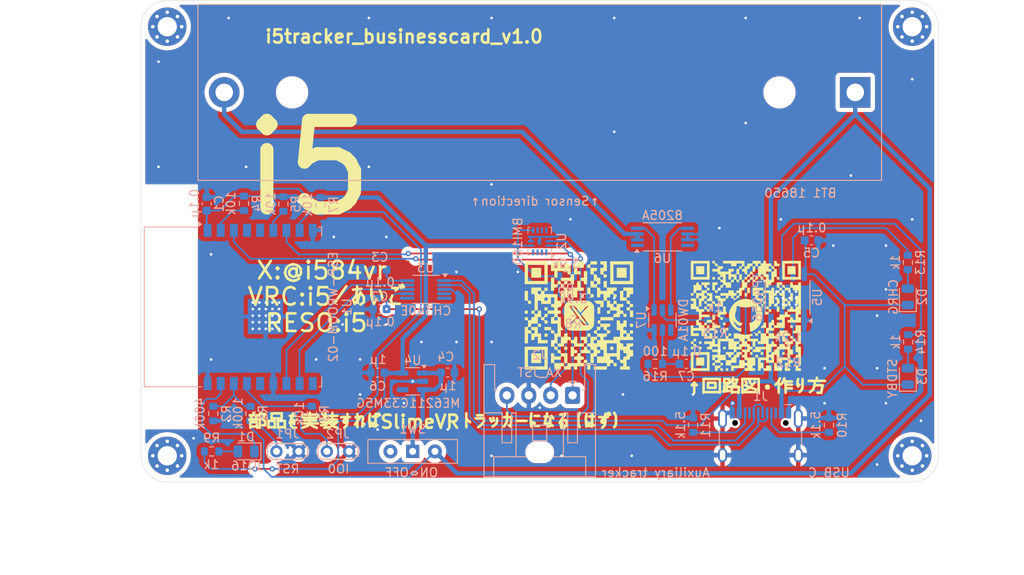
<source format=kicad_pcb>
(kicad_pcb (version 20240108) (generator "pcbnew") (generator_version "8.0")
  (layers (0 "F.Cu" signal) (31 "B.Cu" signal) (34 "B.Paste" user) (35 "F.Paste" user) (36 "B.SilkS" user "B.Silkscreen") (37 "F.SilkS" user "F.Silkscreen") (38 "B.Mask" user) (39 "F.Mask" user) (44 "Edge.Cuts" user))
  (net 0 "")
  (net 1 "+BATT")
  (net 2 "-BATT")
  (net 3 "+3.3V")
  (net 4 "GND")
  (net 5 "+5V")
  (net 6 "Net-(U3-V3)")
  (net 7 "/BATT")
  (net 8 "Net-(U7-VCC)")
  (net 9 "Net-(D1-K)")
  (net 10 "Net-(D1-A)")
  (net 11 "Net-(D2-A)")
  (net 12 "Net-(D3-A)")
  (net 13 "/D+")
  (net 15 "Net-(J1-CC1)")
  (net 16 "/D-")
  (net 17 "Net-(J1-CC2)")
  (net 19 "/SDA")
  (net 20 "/SCL")
  (net 21 "Net-(JP1-B)")
  (net 22 "Net-(JP2-B)")
  (net 23 "Net-(U1-TOUT)")
  (net 24 "Net-(U1-EN)")
  (net 25 "Net-(U1-IO15)")
  (net 26 "Net-(U5-PROG)")
  (net 27 "Net-(U5-CHRG)")
  (net 28 "Net-(U5-STDBY)")
  (net 29 "Net-(U7-CS)")
  (net 31 "/RXD")
  (net 35 "/TXD")
  (net 49 "Net-(U6-G1)")
  (net 50 "Net-(U6-G2)")
  (footprint "Library:X_QR" (layer "F.Cu") (at 110 96)
    (property "Reference" "G***" (hide yes))
    (property "Value" "LOGO" (hide yes))
  )
  (footprint "Library:VRCsolder" (layer "F.Cu") (at 108 80)
    (property "Reference" "G***" (hide yes))
    (property "Value" "LOGO" (hide yes))
  )
  (footprint "Library:Resosoler" (layer "F.Cu") (at 133 79)
    (property "Reference" "G***" (hide yes))
    (property "Value" "LOGO" (hide yes))
  )
  (footprint "Library:github_QR" (layer "F.Cu") (at 129 96)
    (property "Reference" "G***" (hide yes))
    (property "Value" "LOGO" (hide yes))
  )
  (footprint "Resistor_SMD:R_0603_1608Metric" (layer "B.Cu") (at 71.75 83.175 -90)
    (property "Reference" "R4")
    (property "Value" "10k")
  )
  (footprint "Button_Switch_THT:SW_Slide-03_Wuerth-WS-SLTV_10x2.5x6.4_P2.54mm" (layer "B.Cu") (at 91 111.5 180)
    (property "Reference" "SW1")
    (property "Value" "SW_SPDT")
  )
  (footprint "Package_LGA:Bosch_LGA-14_3x2.5mm_P0.5mm" (layer "B.Cu") (at 105.5 87.5 90)
    (property "Reference" "U2")
    (property "Value" "BMI160")
  )
  (footprint "Resistor_SMD:R_0603_1608Metric" (layer "B.Cu") (at 109.325 95.5)
    (property "Reference" "R8")
    (property "Value" "3.9k")
  )
  (footprint "Resistor_SMD:R_0603_1608Metric" (layer "B.Cu") (at 79.5 107.175 90)
    (property "Reference" "R3")
    (property "Value" "10k")
  )
  (footprint "Battery:BatteryHolder_MPD_BH-18650-PC2" (layer "B.Cu") (at 141.5 70.5 180)
    (property "Reference" "BT1")
    (property "Value" "18650")
  )
  (footprint "LED_SMD:LED_0805_2012Metric" (layer "B.Cu") (at 147.5 102.9375 90)
    (property "Reference" "D3")
    (property "Value" "STDBY")
  )
  (footprint "Package_TO_SOT_SMD:SOT-23-6" (layer "B.Cu") (at 119.5 96.5 -90)
    (property "Reference" "U7")
    (property "Value" "DW01A")
  )
  (footprint "MountingHole:MountingHole_2.2mm_M2_Pad_Via" (layer "B.Cu") (at 63 112 180)
    (property "Reference" "REF**" (hide yes))
    (property "Value" "MountingHole_2.2mm_M2_Pad_Via")
  )
  (footprint "Resistor_SMD:R_0603_1608Metric" (layer "B.Cu") (at 118.675 101.5)
    (property "Reference" "R16")
    (property "Value" "100")
  )
  (footprint "Resistor_SMD:R_0603_1608Metric" (layer "B.Cu") (at 133.875 99.9)
    (property "Reference" "R12")
    (property "Value" "1.2k")
  )
  (footprint "TestPoint:TestPoint_2Pads_Pitch2.54mm_Drill0.8mm" (layer "B.Cu") (at 83.75 111.5 180)
    (property "Reference" "JP2")
    (property "Value" "IO0")
  )
  (footprint "Package_TO_SOT_SMD:SOT-23-5" (layer "B.Cu") (at 91 103.5 180)
    (property "Reference" "U4")
    (property "Value" "ME6211C33M5G")
  )
  (footprint "Resistor_SMD:R_0603_1608Metric" (layer "B.Cu") (at 123 108.5 90)
    (property "Reference" "R11")
    (property "Value" "5.1k")
  )
  (footprint "Resistor_SMD:R_0603_1608Metric" (layer "B.Cu") (at 147.5 89.915 90)
    (property "Reference" "R13")
    (property "Value" "1k")
  )
  (footprint "Resistor_SMD:R_0603_1608Metric" (layer "B.Cu") (at 68.25 107.175 -90)
    (property "Reference" "R2")
    (property "Value" "400k")
  )
  (footprint "Capacitor_SMD:C_0603_1608Metric" (layer "B.Cu") (at 136.5 87.4)
    (property "Reference" "C5")
    (property "Value" "0.1μ")
  )
  (footprint "LED_SMD:LED_0805_2012Metric" (layer "B.Cu") (at 72 111.5 180)
    (property "Reference" "D1")
    (property "Value" "IO16")
  )
  (footprint "RF_Module:ESP-WROOM-02" (layer "B.Cu") (at 73.6 95 -90)
    (property "Reference" "U1")
    (property "Value" "ESP-WROOM-02")
  )
  (footprint "LED_SMD:LED_0805_2012Metric" (layer "B.Cu") (at 147.5 93.8525 90)
    (property "Reference" "D2")
    (property "Value" "CHRG")
  )
  (footprint "Connector_JST:JST_XA_S04B-XASK-1_1x04_P2.50mm_Horizontal" (layer "B.Cu") (at 109.25 105.1 180)
    (property "Reference" "J2")
    (property "Value" "XA_JST")
  )
  (footprint "Resistor_SMD:R_0603_1608Metric" (layer "B.Cu") (at 80.5 83.325 -90)
    (property "Reference" "R7")
    (property "Value" "10k")
  )
  (footprint "Resistor_SMD:R_0603_1608Metric" (layer "B.Cu") (at 108.5 91.5)
    (property "Reference" "R6")
    (property "Value" "3.9k")
  )
  (footprint "MountingHole:MountingHole_2.2mm_M2_Pad_Via" (layer "B.Cu") (at 148 112 180)
    (property "Reference" "REF**" (hide yes))
    (property "Value" "MountingHole_2.2mm_M2_Pad_Via")
  )
  (footprint "Resistor_SMD:R_0603_1608Metric" (layer "B.Cu") (at 125.5 96.5 180)
    (property "Reference" "R15")
    (property "Value" "1k")
  )
  (footprint "Resistor_SMD:R_0603_1608Metric" (layer "B.Cu") (at 138.5 108.5 90)
    (property "Reference" "R10")
    (property "Value" "5.1k")
  )
  (footprint "Package_SO:HSOP-8-1EP_3.9x4.9mm_P1.27mm_EP2.41x3.1mm" (layer "B.Cu") (at 133.775 93.9 90)
    (property "Reference" "U5")
    (property "Value" "TP4056")
  )
  (footprint "Resistor_SMD:R_0603_1608Metric" (layer "B.Cu") (at 147.54 99 90)
    (property "Reference" "R14")
    (property "Value" "1k")
  )
  (footprint "MountingHole:MountingHole_2.2mm_M2_Pad_Via" (layer "B.Cu") (at 148 63 180)
    (property "Reference" "REF**" (hide yes))
    (property "Value" "MountingHole_2.2mm_M2_Pad_Via")
  )
  (footprint "Package_SO:MSOP-10_3x3mm_P0.5mm" (layer "B.Cu") (at 92.5 93 180)
    (property "Reference" "U3")
    (property "Value" "CH340E")
  )
  (footprint "TestPoint:TestPoint_2Pads_Pitch2.54mm_Drill0.8mm" (layer "B.Cu") (at 78 111.5 180)
    (property "Reference" "JP1")
    (property "Value" "RST")
  )
  (footprint "Resistor_SMD:R_0603_1608Metric" (layer "B.Cu") (at 76.25 83.25 90)
    (property "Reference" "R5")
    (property "Value" "10k")
  )
  (footprint "Capacitor_SMD:C_0603_1608Metric" (layer "B.Cu") (at 87 102.5 180)
    (property "Reference" "C6")
    (property "Value" "1μ")
  )
  (footprint "Connector_USB:USB_C_Receptacle_HCTL_HC-TYPE-C-16P-01A" (layer "B.Cu") (at 130.68 110.855 180)
    (property "Reference" "J1")
    (property "Value" "USB_C")
  )
  (footprint "Capacitor_SMD:C_0603_1608Metric" (layer "B.Cu") (at 87.25 90.75 180)
    (property "Reference" "C3")
    (property "Value" "0.1μ")
  )
  (footprint "Capacitor_SMD:C_0603_1608Metric" (layer "B.Cu") (at 122.225 101.5)
    (property "Reference" "C7")
    (property "Value" "0.1μ")
  )
  (footprint "Resistor_SMD:R_0603_1608Metric" (layer "B.Cu") (at 72.5 107.175 90)
    (property "Reference" "R1")
    (property "Value" "100k")
  )
  (footprint "MountingHole:MountingHole_2.2mm_M2_Pad_Via" (layer "B.Cu") (at 63 63 180)
    (property "Reference" "REF**" (hide yes))
    (property "Value" "MountingHole_2.2mm_M2_Pad_Via")
  )
  (footprint "Capacitor_SMD:C_0603_1608Metric" (layer "B.Cu") (at 87.25 95.25 180)
    (property "Reference" "C2")
    (property "Value" "0.1μ")
  )
  (footprint "Package_SO:TSSOP-8_4.4x3mm_P0.65mm" (layer "B.Cu") (at 119.5 87)
    (property "Reference" "U6")
    (property "Value" "8205A")
  )
  (footprint "Capacitor_SMD:C_0603_1608Metric" (layer "B.Cu") (at 67.5 83.225 90)
    (property "Reference" "C1")
    (property "Value" "0.1μ")
  )
  (footprint "Capacitor_SMD:C_0603_1608Metric" (layer "B.Cu") (at 95 102.5)
    (property "Reference" "C4")
    (property "Value" "1μ")
  )
  (footprint "Resistor_SMD:R_0603_1608Metric" (layer "B.Cu") (at 68.0625 111.5)
    (property "Reference" "R9")
    (property "Value" "1k")
  )
  (gr_line (start 60 112) (end 60 63) (stroke (width 0.05)) (layer "Edge.Cuts"))
  (gr_line (start 151 63) (end 151 112) (stroke (width 0.05)) (layer "Edge.Cuts"))
  (gr_arc (start 63 115) (mid 60.87868 114.12132) (end 60 112) (stroke (width 0.05)) (layer "Edge.Cuts"))
  (gr_line (start 63 115) (end 148 115) (stroke (width 0.05)) (layer "Edge.Cuts"))
  (gr_arc (start 60 63) (mid 60.87868 60.87868) (end 63 60) (stroke (width 0.05)) (layer "Edge.Cuts"))
  (gr_arc (start 151 112) (mid 150.12132 114.12132) (end 148 115) (stroke (width 0.05)) (layer "Edge.Cuts"))
  (gr_arc (start 148 60) (mid 150.12132 60.87868) (end 151 63) (stroke (width 0.05)) (layer "Edge.Cuts"))
  (gr_line (start 148 60) (end 63 60) (stroke (width 0.05)) (layer "Edge.Cuts"))
  (gr_text "↑Sensor direction↑" (at 112.5 83.5 -0) (layer "B.SilkS") (effects (font (size 1 1)) (justify left bottom mirror)))
  (gr_text "ON⇔OFF" (at 94 114.5 -0) (layer "B.SilkS") (effects (font (size 1 1)) (justify left bottom mirror)))
  (gr_text "Auxiliary tracker" (at 125 114.5 -0) (layer "B.SilkS") (effects (font (size 1 1)) (justify left bottom mirror)))
  (gr_text "i5tracker_businesscard_v1.0" (at 74 65 0) (layer "F.SilkS") (effects (font (size 1.5 1.5) (thickness 0.3) (bold yes)) (justify left bottom)))
  (gr_text "部品を実装すればSlimeVRトラッカーになる（はず）" (at 72 109 0) (layer "F.SilkS") (effects (font (size 1.5 1.5) (thickness 0.3) (bold yes)) (justify left bottom)))
  (gr_text "X:@i584vr" (at 73 92 0) (layer "F.SilkS") (effects (font (size 2 2) (thickness 0.3)) (justify left bottom)))
  (gr_text "VRC:i5／あいご" (at 72 95 0) (layer "F.SilkS") (effects (font (size 2 2) (thickness 0.3)) (justify left bottom)))
  (gr_text "RESO:i5" (at 74 98 0) (layer "F.SilkS") (effects (font (size 2 2) (thickness 0.3)) (justify left bottom)))
  (gr_text "↑回路図・作り方" (at 122 105 0) (layer "F.SilkS") (effects (font (size 1.5 1.5) (thickness 0.3) (bold yes)) (justify left bottom)))
  (gr_text "i5" (at 71 85 0) (layer "F.SilkS") (effects (font (size 10 10) (thickness 1.5)) (justify left bottom)))
  (segment (start 129 102) (end 129 92.5) (width 0.2) (layer "B.Cu") (net 1))
  (segment (start 117.85 101.5) (end 117.85 102.35) (width 0.2) (layer "B.Cu") (net 1))
  (segment (start 150 81.5) (end 150 105) (width 0.5) (layer "B.Cu") (net 1))
  (segment (start 96.04 114) (end 93.54 111.5) (width 0.5) (layer "B.Cu") (net 1))
  (segment (start 74 113.5) (end 74.9 114.4) (width 0.2) (layer "B.Cu") (net 1))
  (segment (start 131.87 82.63) (end 141.5 73) (width 0.5) (layer "B.Cu") (net 1))
  (segment (start 90.64 114.4) (end 93.54 111.5) (width 0.2) (layer "B.Cu") (net 1))
  (segment (start 118.5 103) (end 128 103) (width 0.2) (layer "B.Cu") (net 1))
  (segment (start 74.9 114.4) (end 90.64 114.4) (width 0.2) (layer "B.Cu") (net 1))
  (segment (start 141 114) (end 96.04 114) (width 0.5) (layer "B.Cu") (net 1))
  (segment (start 72.5 108) (end 72.5 108.75) (width 0.2) (layer "B.Cu") (net 1))
  (segment (start 117.85 102.35) (end 118.5 103) (width 0.2) (layer "B.Cu") (net 1))
  (segment (start 128 103) (end 129 102) (width 0.2) (layer "B.Cu") (net 1))
  (segment (start 130.25 91.25) (end 131.87 91.25) (width 0.2) (layer "B.Cu") (net 1))
  (segment (start 141.5 73) (end 150 81.5) (width 0.5) (layer "B.Cu") (net 1))
  (segment (start 150 105) (end 141 114) (width 0.5) (layer "B.Cu") (net 1))
  (segment (start 129 92.5) (end 130.25 91.25) (width 0.2) (layer "B.Cu") (net 1))
  (segment (start 131.87 91.25) (end 131.87 82.63) (width 0.5) (layer "B.Cu") (net 1))
  (segment (start 72.5 108.75) (end 74 110.25) (width 0.2) (layer "B.Cu") (net 1))
  (segment (start 141.5 73) (end 141.5 70.5) (width 0.5) (layer "B.Cu") (net 1))
  (segment (start 74 110.25) (end 74 113.5) (width 0.2) (layer "B.Cu") (net 1))
  (segment (start 116.6375 86.675) (end 115.175 86.675) (width 0.5) (layer "B.Cu") (net 2))
  (segment (start 103.5 75) (end 103 75) (width 0.5) (layer "B.Cu") (net 2))
  (segment (start 115.175 86.675) (end 103.5 75) (width 0.5) (layer "B.Cu") (net 2))
  (segment (start 116.6375 86.675) (end 116.6375 87.325) (width 0.5) (layer "B.Cu") (net 2))
  (segment (start 69.5 73) (end 69.5 70.5) (width 0.5) (layer "B.Cu") (net 2))
  (segment (start 103 75) (end 71.5 75) (width 0.5) (layer "B.Cu") (net 2))
  (segment (start 71.5 75) (end 69.5 73) (width 0.5) (layer "B.Cu") (net 2))
  (segment (start 75 113.5) (end 73 113.5) (width 0.2) (layer "F.Cu") (net 3))
  (via (at 75 113.5) (size 0.6) (drill 0.3) (layers "F.Cu" "B.Cu") (net 3))
  (via (at 73 113.5) (size 0.6) (drill 0.3) (layers "F.Cu" "B.Cu") (net 3))
  (segment (start 108.5 94.5) (end 107.675 93.675) (width 0.2) (layer "B.Cu") (net 3))
  (segment (start 103.2625 86.2375) (end 103 86.5) (width 0.2) (layer "B.Cu") (net 3))
  (segment (start 108.5 102) (end 108.5 95.5) (width 0.2) (layer "B.Cu") (net 3))
  (segment (start 69 84) (end 70.65 82.35) (width 0.2) (layer "B.Cu") (net 3))
  (segment (start 107.675 91.5) (end 105 91.5) (width 0.2) (layer "B.Cu") (net 3))
  (segment (start 87.775 105.225) (end 87.775 102.5) (width 0.2) (layer "B.Cu") (net 3))
  (segment (start 89.8625 102.55) (end 89.8625 98.6375) (width 0.5) (layer "B.Cu") (net 3))
  (segment (start 87.825 102.55) (end 87.775 102.5) (width 0.5) (layer "B.Cu") (net 3))
  (segment (start 82.5 108) (end 82.5 112.5) (width 0.2) (layer "B.Cu") (net 3))
  (segment (start 89.8625 98.6375) (end 92.5 96) (width 0.5) (layer "B.Cu") (net 3))
  (segment (start 106.75 103.75) (end 108.5 102) (width 0.2) (layer "B.Cu") (net 3))
  (segment (start 105 91.5) (end 103 89.5) (width 0.2) (layer "B.Cu") (net 3))
  (segment (start 73 113.5) (end 68 113.5) (width 0.2) (layer "B.Cu") (net 3))
  (segment (start 79.5 108) (end 82.5 108) (width 0.2) (layer "B.Cu") (net 3))
  (segment (start 82.5 108) (end 85 108) (width 0.2) (layer "B.Cu") (net 3))
  (segment (start 74.5 81.5) (end 78 81.5) (width 0.2) (layer "B.Cu") (net 3))
  (segment (start 70.65 82.35) (end 71.75 82.35) (width 0.2) (layer "B.Cu") (net 3))
  (segment (start 73.65 82.35) (end 74.5 81.5) (width 0.2) (layer "B.Cu") (net 3))
  (segment (start 67.5 84) (end 69 84) (width 0.2) (layer "B.Cu") (net 3))
  (segment (start 82.5 112.5) (end 81.5 113.5) (width 0.2) (layer "B.Cu") (net 3))
  (segment (start 92.5 88) (end 103 88) (width 0.5) (layer "B.Cu") (net 3))
  (segment (start 103 88) (end 103 89.5) (width 0.2) (layer "B.Cu") (net 3))
  (segment (start 106.75 105.1) (end 106.75 103.75) (width 0.2) (layer "B.Cu") (net 3))
  (segment (start 68 113.5) (end 67.2375 112.7375) (width 0.2) (layer "B.Cu") (net 3))
  (segment (start 92.5 96) (end 92.5 88) (width 0.5) (layer "B.Cu") (net 3))
  (segment (start 87 82.5) (end 80.5 82.5) (width 0.5) (layer "B.Cu") (net 3))
  (segment (start 67.5 84) (end 67.5 86.15) (width 0.2) (layer "B.Cu") (net 3))
  (segment (start 85 108) (end 87.775 105.225) (width 0.2) (layer "B.Cu") (net 3))
  (segment (start 103 86.5) (end 103 88) (width 0.2) (layer "B.Cu") (net 3))
  (segment (start 81.5 113.5) (end 75 113.5) (width 0.2) (layer "B.Cu") (net 3))
  (segment (start 104.4875 88) (end 103 88) (width 0.2) (layer "B.Cu") (net 3))
  (segment (start 79 82.5) (end 80.5 82.5) (width 0.2) (layer "B.Cu") (net 3))
  (segment (start 107.675 93.675) (end 107.675 91.5) (width 0.2) (layer "B.Cu") (net 3))
  (segment (start 89.8625 102.55) (end 87.825 102.55) (width 0.5) (layer "B.Cu") (net 3))
  (segment (start 78 81.5) (end 79 82.5) (width 0.2) (layer "B.Cu") (net 3))
  (segment (start 67.2375 112.7375) (end 67.2375 111.5) (width 0.2) (layer "B.Cu") (net 3))
  (segment (start 108.5 95.5) (end 108.5 94.5) (width 0.2) (layer "B.Cu") (net 3))
  (segment (start 71.75 82.35) (end 73.65 82.35) (width 0.2) (layer "B.Cu") (net 3))
  (segment (start 92.5 88) (end 87 82.5) (width 0.5) (layer "B.Cu") (net 3))
  (segment (start 67.5 86.15) (end 67.6 86.25) (width 0.2) (layer "B.Cu") (net 3))
  (segment (start 104.75 86.2375) (end 103.2625 86.2375) (width 0.2) (layer "B.Cu") (net 3))
  (via (at 75.75 95.25) (size 0.6) (drill 0.3) (layers "F.Cu" "B.Cu") (net 4))
  (via (at 132.5 94) (size 0.6) (drill 0.3) (layers "F.Cu" "B.Cu") (net 4))
  (via (at 86 62) (size 0.6) (drill 0.3) (layers "F.Cu" "B.Cu") (net 4))
  (via (at 74.25 95.25) (size 0.6) (drill 0.3) (layers "F.Cu" "B.Cu") (net 4))
  (via (at 144 102) (size 0.6) (drill 0.3) (layers "F.Cu" "B.Cu") (net 4))
  (via (at 86 79) (size 0.6) (drill 0.3) (layers "F.Cu" "B.Cu") (net 4))
  (via (at 92 99) (size 0.6) (drill 0.3) (layers "F.Cu" "B.Cu") (net 4))
  (via (at 74.25 94.5) (size 0.6) (drill 0.3) (layers "F.Cu" "B.Cu") (net 4))
  (via (at 75 95.25) (size 0.6) (drill 0.3) (layers "F.Cu" "B.Cu") (net 4))
  (via (at 83 97) (size 0.6) (drill 0.3) (layers "F.Cu" "B.Cu") (net 4))
  (via (at 91 103.5) (size 0.6) (drill 0.3) (layers "F.Cu" "B.Cu") (net 4))
  (via (at 133 85) (size 0.6) (drill 0.3) (layers "F.Cu" "B.Cu") (net 4))
  (via (at 134.75 94) (size 0.6) (drill 0.3) (layers "F.Cu" "B.Cu") (net 4))
  (via (at 73.5 95.25) (size 0.6) (drill 0.3) (layers "F.Cu" "B.Cu") (net 4))
  (via (at 72 79) (size 0.6) (drill 0.3) (layers "F.Cu" "B.Cu") (net 4))
  (via (at 134.75 93.25) (size 0.6) (drill 0.3) (layers "F.Cu" "B.Cu") (net 4))
  (via (at 72.75 97.5) (size 0.6) (drill 0.3) (layers "F.Cu" "B.Cu") (net 4))
  (via (at 145 93) (size 0.6) (drill 0.3) (layers "F.Cu" "B.Cu") (net 4))
  (via (at 126 100) (size 0.6) (drill 0.3) (layers "F.Cu" "B.Cu") (net 4))
  (via (at 144 113) (size 0.6) (drill 0.3) (layers "F.Cu" "B.Cu") (net 4))
  (via (at 75.75 97.5) (size 0.6) (drill 0.3) (layers "F.Cu" "B.Cu") (net 4))
  (via (at 68 89) (size 0.6) (drill 0.3) (layers "F.Cu" "B.Cu") (net 4))
  (via (at 114 62) (size 0.6) (drill 0.3) (layers "F.Cu" "B.Cu") (net 4))
  (via (at 75 97.5) (size 0.6) (drill 0.3) (layers "F.Cu" "B.Cu") (net 4))
  (via (at 80 101) (size 0.6) (drill 0.3) (layers "F.Cu" "B.Cu") (net 4))
  (via (at 62 67) (size 0.6) (drill 0.3) (layers "F.Cu" "B.Cu") (net 4))
  (via (at 90 106) (size 0.6) (drill 0.3) (layers "F.Cu" "B.Cu") (net 4))
  (via (at 96 99) (size 0.6) (drill 0.3) (layers "F.Cu" "B.Cu") (net 4))
  (via (at 107 99) (size 0.6) (drill 0.3) (layers "F.Cu" "B.Cu") (net 4))
  (via (at 132.5 93.25) (size 0.6) (drill 0.3) (layers "F.Cu" "B.Cu") (net 4))
  (via (at 74.25 96.75) (size 0.6) (drill 0.3) (layers "F.Cu" "B.Cu") (net 4))
  (via (at 85 101) (size 0.6) (drill 0.3) (layers "F.Cu" "B.Cu") (net 4))
  (via (at 144 96) (size 0.6) (drill 0.3) (layers "F.Cu" "B.Cu") (net 4))
  (via (at 139 88) (size 0.6) (drill 0.3) (layers "F.Cu" "B.Cu") (net 4))
  (via (at 75 83) (size 0.6) (drill 0.3) (layers "F.Cu" "B.Cu") (net 4))
  (via (at 73.5 96) (size 0.6) (drill 0.3) (layers "F.Cu" "B.Cu") (net 4))
  (via (at 129 74) (size 0.6) (drill 0.3) (layers "F.Cu" "B.Cu") (net 4))
  (via (at 114 94) (size 0.6) (drill 0.3) (layers "F.Cu" "B.Cu") (net 4))
  (via (at 148 85) (size 0.6) (drill 0.3) (layers "F.Cu" "B.Cu") (net 4))
  (via (at 142 62) (size 0.6) (drill 0.3) (layers "F.Cu" "B.Cu") (net 4))
  (via (at 88 87) (size 0.6) (drill 0.3) (layers "F.Cu" "B.Cu") (net 4))
  (via (at 116 112) (size 0.6) (drill 0.3) (layers "F.Cu" "B.Cu") (net 4))
  (via (at 95 109) (size 0.6) (drill 0.3) (layers "F.Cu" "B.Cu") (net 4))
  (via (at 133.25 94.75) (size 0.6) (drill 0.3) (layers "F.Cu" "B.Cu") (net 4))
  (via (at 68 101) (size 0.6) (drill 0.3) (layers "F.Cu" "B.Cu") (net 4))
  (via (at 129 62) (size 0.6) (drill 0.3) (layers "F.Cu" "B.Cu") (net 4))
  (via (at 133.25 93.25) (size 0.6) (drill 0.3) (layers "F.Cu" "B.Cu") (net 4))
  (via (at 149 108) (size 0.6) (drill 0.3) (layers "F.Cu" "B.Cu") (net 4))
  (via (at 75.75 94.5) (size 0.6) (drill 0.3) (layers "F.Cu" "B.Cu") (net 4))
  (via (at 103 91) (size 0.6) (drill 0.3) (layers "F.Cu" "B.Cu") (net 4))
  (via (at 138 102) (size 0.6) (drill 0.3) (layers "F.Cu" "B.Cu") (net 4))
  (via (at 72.75 96) (size 0.6) (drill 0.3) (layers "F.Cu" "B.Cu") (net 4))
  (via (at 84 91) (size 0.6) (drill 0.3) (layers "F.Cu" "B.Cu") (net 4))
  (via (at 87 109) (size 0.6) (drill 0.3) (layers "F.Cu" "B.Cu") (net 4))
  (via (at 148 69) (size 0.6) (drill 0.3) (layers "F.Cu" "B.Cu") (net 4))
  (via (at 75 96.75) (size 0.6) (drill 0.3) (layers "F.Cu" "B.Cu") (net 4))
  (via (at 75 96) (size 0.6) (drill 0.3) (layers "F.Cu" "B.Cu") (net 4))
  (via (at 100 62) (size 0.6) (drill 0.3) (layers "F.Cu" "B.Cu") (net 4))
  (via (at 123 105) (size 0.6) (drill 0.3) (layers "F.Cu" "B.Cu") (net 4))
  (via (at 133.25 94) (size 0.6) (drill 0.3) (layers "F.Cu" "B.Cu") (net 4))
  (via (at 115 105) (size 0.6) (drill 0.3) (layers "F.Cu" "B.Cu") (net 4))
  (via (at 72.75 95.25) (size 0.6) (drill 0.3) (layers "F.Cu" "B.Cu") (net 4))
  (via (at 76 108) (size 0.6) (drill 0.3) (layers "F.Cu" "B.Cu") (net 4))
  (via (at 78 83) (size 0.6) (drill 0.3) (layers "F.Cu" "B.Cu") (net 4))
  (via (at 73.5 97.5) (size 0.6) (drill 0.3) (layers "F.Cu" "B.Cu") (net 4))
  (via (at 133 102) (size 0.6) (drill 0.3) (layers "F.Cu" "B.Cu") (net 4))
  (via (at 96 91) (size 0.6) (drill 0.3) (layers "F.Cu" "B.Cu") (net 4))
  (via (at 72.75 96.75) (size 0.6) (drill 0.3) (layers "F.Cu" "B.Cu") (net 4))
  (via (at 138 106) (size 0.6) (drill 0.3) (layers "F.Cu" "B.Cu") (net 4))
  (via (at 132.5 94.75) (size 0.6) (drill 0.3) (layers "F.Cu" "B.Cu") (net 4))
  (via (at 145 106) (size 0.6) (drill 0.3) (layers "F.Cu" "B.Cu") (net 4))
  (via (at 74.25 97.5) (size 0.6) (drill 0.3) (layers "F.Cu" "B.Cu") (net 4))
  (via (at 73.5 94.5) (size 0.6) (drill 0.3) (layers "F.Cu" "B.Cu") (net 4))
  (via (at 141 80) (size 0.6) (drill 0.3) (layers "F.Cu" "B.Cu") (net 4))
  (via (at 70 108) (size 0.6) (drill 0.3) (layers "F.Cu" "B.Cu") (net 4))
  (via (at 82 87) (size 0.6) (drill 0.3) (layers "F.Cu" "B.Cu") (net 4))
  (via (at 134 93.25) (size 0.6) (drill 0.3) (layers "F.Cu" "B.Cu") (net 4))
  (via (at 105.5 106.5) (size 0.6) (drill 0.3) (layers "F.Cu" "B.Cu") (net 4))
  (via (at 66 110) (size 0.6) (drill 0.3) (layers "F.Cu" "B.Cu") (net 4))
  (via (at 72.75 94.5) (size 0.6) (drill 0.3) (layers "F.Cu" "B.Cu") (net 4))
  (via (at 85 105) (size 0.6) (drill 0.3) (layers "F.Cu" "B.Cu") (net 4))
  (via (at 134 94.75) (size 0.6) (drill 0.3) (layers "F.Cu" "B.Cu") (net 4))
  (via (at 100 112) (size 0.6) (drill 0.3) (layers "F.Cu" "B.Cu") (net 4))
  (via (at 100 81) (size 0.6) (drill 0.3) (layers "F.Cu" "B.Cu") (net 4))
  (via (at 70 62) (size 0.6) (drill 0.3) (layers "F.Cu" "B.Cu") (net 4))
  (via (at 75.75 96.75) (size 0.6) (drill 0.3) (layers "F.Cu" "B.Cu") (net 4))
  (via (at 109 85) (size 0.6) (drill 0.3) (layers "F.Cu" "B.Cu") (net 4))
  (via (at 134 94) (size 0.6) (drill 0.3) (layers "F.Cu" "B.Cu") (net 4))
  (via (at 100 99) (size 0.6) (drill 0.3) (layers "F.Cu" "B.Cu") (net 4))
  (via (at 108 112) (size 0.6) (drill 0.3) (layers "F.Cu" "B.Cu") (net 4))
  (via (at 126 86) (size 0.6) (drill 0.3) (layers "F.Cu" "B.Cu") (net 4))
  (via (at 73.5 96.75) (size 0.6) (drill 0.3) (layers "F.Cu" "B.Cu") (net 4))
  (via (at 88 97) (size 0.6) (drill 0.3) (layers "F.Cu" "B.Cu") (net 4))
  (via (at 127.5 106) (size 0.6) (drill 0.3) (layers "F.Cu" "B.Cu") (net 4))
  (via (at 134.75 94.75) (size 0.6) (drill 0.3) (layers "F.Cu" "B.Cu") (net 4))
  (via (at 126 93) (size 0.6) (drill 0.3) (layers "F.Cu" "B.Cu") (net 4))
  (via (at 114 75) (size 0.6) (drill 0.3) (layers "F.Cu" "B.Cu") (net 4))
  (via (at 75.75 96) (size 0.6) (drill 0.3) (layers "F.Cu" "B.Cu") (net 4))
  (via (at 74.25 96) (size 0.6) (drill 0.3) (layers "F.Cu" "B.Cu") (net 4))
  (via (at 145 88) (size 0.6) (drill 0.3) (layers "F.Cu" "B.Cu") (net 4))
  (via (at 62 79) (size 0.6) (drill 0.3) (layers "F.Cu" "B.Cu") (net 4))
  (via (at 75 94.5) (size 0.6) (drill 0.3) (layers "F.Cu" "B.Cu") (net 4))
  (segment (start 127 107.11) (end 126.36 107.75) (width 0.2) (layer "B.Cu") (net 4))
  (segment (start 123.675 86.675) (end 124 87) (width 0.2) (layer "B.Cu") (net 4))
  (segment (start 106.5125 87) (end 107.5 87) (width 0.2) (layer "B.Cu") (net 4))
  (segment (start 94.6125 93) (end 95.475432 93) (width 0.2) (layer "B.Cu") (net 4))
  (segment (start 107.5 87) (end 108 86.5) (width 0.2) (layer "B.Cu") (net 4))
  (segment (start 96 93.524568) (end 96 94) (width 0.2) (layer "B.Cu") (net 4))
  (segment (start 104.4875 87) (end 106.5125 87) (width 0.2) (layer "B.Cu") (net 4))
  (segment (start 104.4875 87.5) (end 104.4875 87) (width 0.2) (layer "B.Cu") (net 4))
  (segment (start 95.475432 93) (end 96 93.524568) (width 0.2) (layer "B.Cu") (net 4))
  (segment (start 124 87) (end 123.675 87.325) (width 0.2) (layer "B.Cu") (net 4))
  (segment (start 127.48 107.11) (end 127 107.11) (width 0.2) (layer "B.Cu") (net 4))
  (segment (start 122.3625 86.675) (end 123.675 86.675) (width 0.2) (layer "B.Cu") (net 4))
  (segment (start 123.675 87.325) (end 122.3625 87.325) (width 0.2) (layer "B.Cu") (net 4))
  (segment (start 88.025 95.25) (end 98.6 95.25) (width 0.2) (layer "F.Cu") (net 5))
  (via (at 98.6 95.25) (size 0.6) (drill 0.3) (layers "F.Cu" "B.Cu") (net 5))
  (via (at 88.025 95.25) (size 0.6) (drill 0.3) (layers "F.Cu" "B.Cu") (net 5))
  (segment (start 140.29 94.79) (end 136.75 91.25) (width 0.2) (layer "B.Cu") (net 5))
  (segment (start 129.5 103.5) (end 132 103.5) (width 0.5) (layer "B.Cu") (net 5))
  (segment (start 137.5 104.58) (end 133.08 104.58) (width 0.2) (layer "B.Cu") (net 5))
  (segment (start 140.29 101.79) (end 137.5 104.58) (width 0.2) (layer "B.Cu") (net 5))
  (segment (start 135.825 87.4) (end 135.825 91.105) (width 0.2) (layer "B.Cu") (net 5))
  (segment (start 135.825 91.105) (end 135.68 91.25) (width 0.2) (layer "B.Cu") (net 5))
  (segment (start 136.75 91.25) (end 135.68 91.25) (width 0.2) (layer "B.Cu") (net 5))
  (segment (start 140.29 101.79) (end 140.29 94.79) (width 0.2) (layer "B.Cu") (net 5))
  (segment (start 131.87 96.55) (end 131.87 103.37) (width 0.5) (layer "B.Cu") (net 5))
  (segment (start 131.87 103.37) (end 132 103.5) (width 0.5) (layer "B.Cu") (net 5))
  (segment (start 133.08 104.58) (end 133.08 107.11) (width 0.5) (layer "B.Cu") (net 5))
  (segment (start 98.6 107.35) (end 99.25 108) (width 0.2) (layer "B.Cu") (net 5))
  (segment (start 89 93.5) (end 90.3875 93.5) (width 0.2) (layer "B.Cu") (net 5))
  (segment (start 88.025 95.25) (end 88.025 94.475) (width 0.2) (layer "B.Cu") (net 5))
  (segment (start 147.5 103.875) (end 142.375 103.875) (width 0.2) (layer "B.Cu") (net 5))
  (segment (start 128.28 107.11) (end 128.28 104.72) (width 0.5) (layer "B.Cu") (net 5))
  (segment (start 88.025 94.475) (end 89 93.5) (width 0.2) (layer "B.Cu") (net 5))
  (segment (start 127.53 104.72) (end 128.28 104.72) (width 0.2) (layer "B.Cu") (net 5))
  (segment (start 120 108.5) (end 123.75 108.5) (width 0.2) (layer "B.Cu") (net 5))
  (segment (start 142.375 103.875) (end 140.29 101.79) (width 0.2) (layer "B.Cu") (net 5))
  (segment (start 119.5 108) (end 120 108.5) (width 0.2) (layer "B.Cu") (net 5))
  (segment (start 147.5 94.79) (end 140.29 94.79) (width 0.2) (layer "B.Cu") (net 5))
  (segment (start 128.28 104.72) (end 129.5 103.5) (width 0.5) (layer "B.Cu") (net 5))
  (segment (start 98.6 95.25) (end 98.6 107.35) (width 0.2) (layer "B.Cu") (net 5))
  (segment (start 123.75 108.5) (end 127.53 104.72) (width 0.2) (layer "B.Cu") (net 5))
  (segment (start 132 103.5) (end 133.08 104.58) (width 0.5) (layer "B.Cu") (net 5))
  (segment (start 99.25 108) (end 119.5 108) (width 0.2) (layer "B.Cu") (net 5))
  (segment (start 88.5 92) (end 90.3875 92) (width 0.2) (layer "B.Cu") (net 6))
  (segment (start 88.025 90.75) (end 88.025 91.525) (width 0.2) (layer "B.Cu") (net 6))
  (segment (start 88.025 91.525) (end 88.5 92) (width 0.2) (layer "B.Cu") (net 6))
  (segment (start 94.175 102.55) (end 94.225 102.5) (width 0.5) (layer "B.Cu") (net 7))
  (segment (start 91 109) (end 91 111.5) (width 0.5) (layer "B.Cu") (net 7))
  (segment (start 92.1375 104.45) (end 92.1375 107.8625) (width 0.5) (layer "B.Cu") (net 7))
  (segment (start 93.55 104.45) (end 94.225 103.775) (width 0.5) (layer "B.Cu") (net 7))
  (segment (start 92.1375 107.8625) (end 91 109) (width 0.5) (layer "B.Cu") (net 7))
  (segment (start 92.1375 102.55) (end 94.175 102.55) (width 0.5) (layer "B.Cu") (net 7))
  (segment (start 94.225 103.775) (end 94.225 102.5) (width 0.5) (layer "B.Cu") (net 7))
  (segment (start 92.1375 104.45) (end 93.55 104.45) (width 0.5) (layer "B.Cu") (net 7))
  (segment (start 121.45 101.5) (end 119.5 101.5) (width 0.2) (layer "B.Cu") (net 8))
  (segment (start 119.5 101.5) (end 119.5 97.6375) (width 0.2) (layer "B.Cu") (net 8))
  (segment (start 68 109.5) (end 67 108.5) (width 0.2) (layer "B.Cu") (net 9))
  (segment (start 72.9375 110.4375) (end 72 109.5) (width 0.2) (layer "B.Cu") (net 9))
  (segment (start 68.5 105.5) (end 69.1 104.9) (width 0.2) (layer "B.Cu") (net 9))
  (segment (start 69.1 104.9) (end 69.1 103.75) (width 0.2) (layer "B.Cu") (net 9))
  (segment (start 67 108.5) (end 67 106) (width 0.2) (layer "B.Cu") (net 9))
  (segment (start 72 109.5) (end 68 109.5) (width 0.2) (layer "B.Cu") (net 9))
  (segment (start 67 106) (end 67.5 105.5) (width 0.2) (layer "B.Cu") (net 9))
  (segment (start 72.9375 111.5) (end 72.9375 110.4375) (width 0.2) (layer "B.Cu") (net 9))
  (segment (start 67.5 105.5) (end 68.5 105.5) (width 0.2) (layer "B.Cu") (net 9))
  (segment (start 68.8875 111.5) (end 71.0625 111.5) (width 0.2) (layer "B.Cu") (net 10))
  (segment (start 147.5 90.74) (end 147.5 92.915) (width 0.2) (layer "B.Cu") (net 11))
  (segment (start 147.54 101.96) (end 147.5 102) (width 0.2) (layer "B.Cu") (net 12))
  (segment (start 147.54 99.825) (end 147.54 101.96) (width 0.2) (layer "B.Cu") (net 12))
  (segment (start 130.66241 106.16) (end 130.93 106.42759) (width 0.2) (layer "B.Cu") (net 13))
  (segment (start 96.565686 92) (end 94.6125 92) (width 0.2) (layer "B.Cu") (net 13))
  (segment (start 129.93 107.11) (end 129.93 108.135686) (width 0.2) (layer "B.Cu") (net 13))
  (segment (start 129.93 106.42759) (end 130.19759 106.16) (width 0.2) (layer "B.Cu") (net 13))
  (segment (start 119 108.5) (end 99 108.5) (width 0.2) (layer "B.Cu") (net 13))
  (segment (start 98 107.5) (end 98 93.434314) (width 0.2) (layer "B.Cu") (net 13))
  (segment (start 98 93.434314) (end 96.565686 92) (width 0.2) (layer "B.Cu") (net 13))
  (segment (start 127.815686 110.25) (end 120.75 110.25) (width 0.2) (layer "B.Cu") (net 13))
  (segment (start 129.93 108.135686) (end 127.815686 110.25) (width 0.2) (layer "B.Cu") (net 13))
  (segment (start 130.19759 106.16) (end 130.66241 106.16) (width 0.2) (layer "B.Cu") (net 13))
  (segment (start 129.93 107.11) (end 129.93 106.42759) (width 0.2) (layer "B.Cu") (net 13))
  (segment (start 130.93 106.42759) (end 130.93 107.11) (width 0.2) (layer "B.Cu") (net 13))
  (segment (start 120.75 110.25) (end 119 108.5) (width 0.2) (layer "B.Cu") (net 13))
  (segment (start 99 108.5) (end 98 107.5) (width 0.2) (layer "B.Cu") (net 13))
  (segment (start 138.5 109.325) (end 132.825 109.325) (width 0.2) (layer "B.Cu") (net 15))
  (segment (start 132.825 109.325) (end 131.93 108.43) (width 0.2) (layer "B.Cu") (net 15))
  (segment (start 131.93 108.43) (end 131.93 107.11) (width 0.2) (layer "B.Cu") (net 15))
  (segment (start 130.43 108.57) (end 130.43 107.79241) (width 0.2) (layer "B.Cu") (net 16))
  (segment (start 94.6125 92.5) (end 96.5 92.5) (width 0.2) (layer "B.Cu") (net 16))
  (segment (start 97.5 107.565686) (end 98.934314 109) (width 0.2) (layer "B.Cu") (net 16))
  (segment (start 130.43 107.79241) (end 130.69759 108.06) (width 0.2) (layer "B.Cu") (net 16))
  (segment (start 131.43 107.79241) (end 131.43 107.11) (width 0.2) (layer "B.Cu") (net 16))
  (segment (start 128.25 110.75) (end 130.43 108.57) (width 0.2) (layer "B.Cu") (net 16))
  (segment (start 97.5 93.5) (end 97.5 107.565686) (width 0.2) (layer "B.Cu") (net 16))
  (segment (start 98.934314 109) (end 118.5 109) (width 0.2) (layer "B.Cu") (net 16))
  (segment (start 131.16241 108.06) (end 131.43 107.79241) (width 0.2) (layer "B.Cu") (net 16))
  (segment (start 130.69759 108.06) (end 131.16241 108.06) (width 0.2) (layer "B.Cu") (net 16))
  (segment (start 120.25 110.75) (end 128.25 110.75) (width 0.2) (layer "B.Cu") (net 16))
  (segment (start 118.5 109) (end 120.25 110.75) (width 0.2) (layer "B.Cu") (net 16))
  (segment (start 96.5 92.5) (end 97.5 93.5) (width 0.2) (layer "B.Cu") (net 16))
  (segment (start 130.43 107.11) (end 130.43 107.79241) (width 0.2) (layer "B.Cu") (net 16))
  (segment (start 128.93 108.32) (end 128.93 107.11) (width 0.2) (layer "B.Cu") (net 17))
  (segment (start 127.925 109.325) (end 128.93 108.32) (width 0.2) (layer "B.Cu") (net 17))
  (segment (start 123 109.325) (end 127.925 109.325) (width 0.2) (layer "B.Cu") (net 17))
  (segment (start 108.9 88.9) (end 90.5 88.9) (width 0.2) (layer "F.Cu") (net 19))
  (segment (start 109 89) (end 108.9 88.9) (width 0.2) (layer "F.Cu") (net 19))
  (via (at 109 89) (size 0.6) (drill 0.3) (layers "F.Cu" "B.Cu") (net 19))
  (via (at 90.5 88.9) (size 0.6) (drill 0.3) (layers "F.Cu" "B.Cu") (net 19))
  (segment (start 109.25 89.25) (end 109 89) (width 0.2) (layer "B.Cu") (net 19))
  (segment (start 108 88) (end 106.5125 88) (width 0.2) (layer "B.Cu") (net 19))
  (segment (start 76.6 87.6) (end 77 88) (width 0.2) (layer "B.Cu") (net 19))
  (segment (start 78 89) (end 90.4 89) (width 0.2) (layer "B.Cu") (net 19))
  (segment (start 77 88) (end 78 89) (width 0.2) (layer "B.Cu") (net 19))
  (segment (start 76.6 86.25) (end 76.6 87.6) (width 0.2) (layer "B.Cu") (net 19))
  (segment (start 90.4 89) (end 90.5 88.9) (width 0.2) (layer "B.Cu") (net 19))
  (segment (start 109 89) (end 108 88) (width 0.2) (layer "B.Cu") (net 19))
  (segment (start 109.25 105.1) (end 109.25 89.25) (width 0.2) (layer "B.Cu") (net 19))
  (segment (start 91.45 89.6) (end 110.05 89.6) (width 0.2) (layer "F.Cu") (net 20))
  (segment (start 110.05 89.6) (end 110.15 89.5) (width 0.2) (layer "F.Cu") (net 20))
  (segment (start 91.35 89.5) (end 91.45 89.6) (width 0.2) (layer "F.Cu") (net 20))
  (via (at 110.15 89.5) (size 0.6) (drill 0.3) (layers "F.Cu" "B.Cu") (net 20))
  (via (at 91.35 89.5) (size 0.6) (drill 0.3) (layers "F.Cu" "B.Cu") (net 20))
  (segment (start 70.6 87.6) (end 71 88) (width 0.2) (layer "B.Cu") (net 20))
  (segment (start 101.75 106.75) (end 102.5 107.5) (width 0.2) (layer "B.Cu") (net 20))
  (segment (start 108.5 87.5) (end 106.5125 87.5) (width 0.2) (layer "B.Cu") (net 20))
  (segment (start 72.5 89.5) (end 79 89.5) (width 0.2) (layer "B.Cu") (net 20))
  (segment (start 111 106.5) (end 111 103.5) (width 0.2) (layer "B.Cu") (net 20))
  (segment (start 110 107.5) (end 111 106.5) (width 0.2) (layer "B.Cu") (net 20))
  (segment (start 102.5 107.5) (end 110 107.5) (width 0.2) (layer "B.Cu") (net 20))
  (segment (start 79 89.5) (end 91.35 89.5) (width 0.2) (layer "B.Cu") (net 20))
  (segment (start 110.15 102.65) (end 110.15 89.15) (width 0.2) (layer "B.Cu") (net 20))
  (segment (start 110.15 89.15) (end 108.5 87.5) (width 0.2) (layer "B.Cu") (net 20))
  (segment (start 71 88) (end 72.5 89.5) (width 0.2) (layer "B.Cu") (net 20))
  (segment (start 101.75 105.1) (end 101.75 106.75) (width 0.2) (layer "B.Cu") (net 20))
  (segment (start 111 103.5) (end 110.15 102.65) (width 0.2) (layer "B.Cu") (net 20))
  (segment (start 70.6 86.25) (end 70.6 87.6) (width 0.2) (layer "B.Cu") (net 20))
  (segment (start 73.85 106.35) (end 73.85 108.85) (width 0.2) (layer "B.Cu") (net 21))
  (segment (start 73.85 108.85) (end 75.46 110.46) (width 0.2) (layer "B.Cu") (net 21))
  (segment (start 72.1 104.6) (end 72.1 103.75) (width 0.2) (layer "B.Cu") (net 21))
  (segment (start 75.46 110.46) (end 75.46 111.5) (width 0.2) (layer "B.Cu") (net 21))
  (segment (start 79.5 106.35) (end 73.85 106.35) (width 0.2) (layer "B.Cu") (net 21))
  (segment (start 73.85 106.35) (end 72.1 104.6) (width 0.2) (layer "B.Cu") (net 21))
  (segment (start 78.1 85.4) (end 78.1 86.25) (width 0.2) (layer "B.Cu") (net 22))
  (segment (start 78.25 109) (end 78.25 107.75) (width 0.2) (layer "B.Cu") (net 22))
  (segment (start 78.25 107.75) (end 78.75 107.25) (width 0.2) (layer "B.Cu") (net 22))
  (segment (start 78.75 109.5) (end 78.25 109) (width 0.2) (layer "B.Cu") (net 22))
  (segment (start 81.21 110.21) (end 80.5 109.5) (width 0.2) (layer "B.Cu") (net 22))
  (segment (start 81.21 111.5) (end 81.21 110.21) (width 0.2) (layer "B.Cu") (net 22))
  (segment (start 87 100.5) (end 91.95 95.55) (width 0.2) (layer "B.Cu") (net 22))
  (segment (start 87.65 84.15) (end 80.5 84.15) (width 0.2) (layer "B.Cu") (net 22))
  (segment (start 80.5 109.5) (end 78.75 109.5) (width 0.2) (layer "B.Cu") (net 22))
  (segment (start 87 105) (end 87 100.5) (width 0.2) (layer "B.Cu") (net 22))
  (segment (start 91.95 95.55) (end 91.95 88.45) (width 0.2) (layer "B.Cu") (net 22))
  (segment (start 80.5 84.15) (end 79.35 84.15) (width 0.2) (layer "B.Cu") (net 22))
  (segment (start 84.75 107.25) (end 87 105) (width 0.2) (layer "B.Cu") (net 22))
  (segment (start 78.75 107.25) (end 84.75 107.25) (width 0.2) (layer "B.Cu") (net 22))
  (segment (start 91.95 88.45) (end 87.65 84.15) (width 0.2) (layer "B.Cu") (net 22))
  (segment (start 79.35 84.15) (end 78.1 85.4) (width 0.2) (layer "B.Cu") (net 22))
  (segment (start 70.6 105.1) (end 70.6 103.75) (width 0.2) (layer "B.Cu") (net 23))
  (segment (start 72.5 106.35) (end 71.85 106.35) (width 0.2) (layer "B.Cu") (net 23))
  (segment (start 68.25 106.35) (end 69.35 106.35) (width 0.2) (layer "B.Cu") (net 23))
  (segment (start 69.35 106.35) (end 70.6 105.1) (width 0.2) (layer "B.Cu") (net 23))
  (segment (start 71.85 106.35) (end 70.6 105.1) (width 0.2) (layer "B.Cu") (net 23))
  (segment (start 69.1 85.4) (end 69.1 86.25) (width 0.2) (layer "B.Cu") (net 24))
  (segment (start 71.75 84) (end 70.5 84) (width 0.2) (layer "B.Cu") (net 24))
  (segment (start 70.5 84) (end 69.1 85.4) (width 0.2) (layer "B.Cu") (net 24))
  (segment (start 75.1 85.225) (end 75.1 86.25) (width 0.2) (layer "B.Cu") (net 25))
  (segment (start 76.25 84.075) (end 75.1 85.225) (width 0.2) (layer "B.Cu") (net 25))
  (segment (start 134.41 96.55) (end 134.41 98.41) (width 0.2) (layer "B.Cu") (net 26))
  (segment (start 134.7 98.7) (end 134.7 99.9) (width 0.2) (layer "B.Cu") (net 26))
  (segment (start 134.41 98.41) (end 134.7 98.7) (width 0.2) (layer "B.Cu") (net 26))
  (segment (start 145 86) (end 147.5 88.5) (width 0.2) (layer "B.Cu") (net 27))
  (segment (start 147.5 88.5) (end 147.5 89.09) (width 0.2) (layer "B.Cu") (net 27))
  (segment (start 134.41 91.25) (end 134.41 87.09) (width 0.2) (layer "B.Cu") (net 27))
  (segment (start 134.41 87.09) (end 135.5 86) (width 0.2) (layer "B.Cu") (net 27))
  (segment (start 135.5 86) (end 145 86) (width 0.2) (layer "B.Cu") (net 27))
  (segment (start 149 88.5) (end 149 97.4375) (width 0.2) (layer "B.Cu") (net 28))
  (segment (start 149 97.4375) (end 148.2625 98.175) (width 0.2) (layer "B.Cu") (net 28))
  (segment (start 134.5 85.5) (end 146 85.5) (width 0.2) (layer "B.Cu") (net 28))
  (segment (start 146 85.5) (end 149 88.5) (width 0.2) (layer "B.Cu") (net 28))
  (segment (start 133.14 86.86) (end 134.5 85.5) (width 0.2) (layer "B.Cu") (net 28))
  (segment (start 133.14 91.25) (end 133.14 86.86) (width 0.2) (layer "B.Cu") (net 28))
  (segment (start 148.2625 98.175) (end 147.54 98.175) (width 0.2) (layer "B.Cu") (net 28))
  (segment (start 119.975001 96.5) (end 124.675 96.5) (width 0.2) (layer "B.Cu") (net 29))
  (segment (start 119.975001 96.5) (end 119.5 96.024999) (width 0.2) (layer "B.Cu") (net 29))
  (segment (start 119.5 96.024999) (end 119.5 95.3625) (width 0.2) (layer "B.Cu") (net 29))
  (segment (start 90.3875 93) (end 85 93) (width 0.2) (layer "B.Cu") (net 31))
  (segment (start 85 93) (end 78.1 99.9) (width 0.2) (layer "B.Cu") (net 31))
  (segment (start 78.1 103.75) (end 78.1 99.9) (width 0.2) (layer "B.Cu") (net 31))
  (segment (start 84 92.5) (end 76.6 99.9) (width 0.2) (layer "B.Cu") (net 35))
  (segment (start 90.3875 92.5) (end 84 92.5) (width 0.2) (layer "B.Cu") (net 35))
  (segment (start 76.6 103.75) (end 76.6 99.9) (width 0.2) (layer "B.Cu") (net 35))
  (segment (start 117.525 86.025) (end 118.55 87.05) (width 0.2) (layer "B.Cu") (net 49))
  (segment (start 116.6375 86.025) (end 117.525 86.025) (width 0.2) (layer "B.Cu") (net 49))
  (segment (start 118.55 87.05) (end 118.55 95.3625) (width 0.2) (layer "B.Cu") (net 49))
  (segment (start 120.45 87.05) (end 120.45 95.3625) (width 0.2) (layer "B.Cu") (net 50))
  (segment (start 122.3625 86.025) (end 121.475 86.025) (width 0.2) (layer "B.Cu") (net 50))
  (segment (start 121.475 86.025) (end 120.45 87.05) (width 0.2) (layer "B.Cu") (net 50))
  (zone (net 4) (net_name "GND") (layers "F&B.Cu") (connect_pads (clearance 0.5)) (min_thickness 0.25) (fill yes (thermal_gap 0.5) (thermal_bridge_width 0.5))
    (polygon (pts (xy 151 60) (xy 151 115) (xy 60 115) (xy 60 60)))
  )
)
</source>
